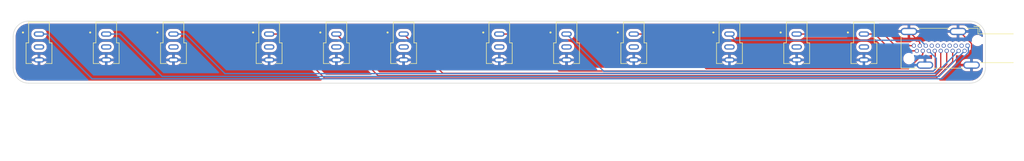
<source format=kicad_pcb>
(kicad_pcb (version 20221018) (generator pcbnew)
  (layers (0 "F.Cu" signal) (31 "B.Cu" signal) (34 "B.Paste" user) (35 "F.Paste" user) (36 "B.SilkS" user "B.Silkscreen") (37 "F.SilkS" user "F.Silkscreen") (38 "B.Mask" user) (39 "F.Mask" user) (44 "Edge.Cuts" user))
  (net 0 "")
  (net 7 "GND")
  (net 9 "G1")
  (net 11 "M1")
  (net 13 "G2")
  (net 15 "M2")
  (net 17 "G3")
  (net 19 "M3")
  (net 21 "G4")
  (net 23 "M4")
  (net 25 "P1")
  (net 27 "P2")
  (net 29 "P3")
  (net 31 "P4")
  (footprint "footprints:CUI_SP-3533-02" (layer "F.Cu") (at 69.3 73.1 90)
    (fp_text reference "J13" hide)
    (fp_text value "AudioPlug3")
    (fp_line (start -3.2 -2.5) (end 0.8 -2.5) (stroke (width 0.127)) (layer "F.SilkS"))
    (fp_line (start -3.2 -1.35) (end -3.2 -2.5) (stroke (width 0.127)) (layer "F.SilkS"))
    (fp_line (start -3.2 2.5) (end -3.2 1.35) (stroke (width 0.127)) (layer "F.SilkS"))
    (fp_line (start 0.8 -2.5) (end 0.8 -2) (stroke (width 0.127)) (layer "F.SilkS"))
    (fp_line (start 0.8 -2) (end 4.8 -2) (stroke (width 0.127)) (layer "F.SilkS"))
    (fp_line (start 0.8 2) (end 0.8 2.5) (stroke (width 0.127)) (layer "F.SilkS"))
    (fp_line (start 0.8 2.5) (end -3.2 2.5) (stroke (width 0.127)) (layer "F.SilkS"))
    (fp_line (start 4.8 -2) (end 4.8 2) (stroke (width 0.127)) (layer "F.SilkS"))
    (fp_line (start 4.8 2) (end 0.8 2) (stroke (width 0.127)) (layer "F.SilkS"))
    (fp_circle (center 2.8 -3.1) (end 2.9 -3.1) (stroke (width 0.2)) (fill none) (layer "F.SilkS"))
    (pad "R" thru_hole oval (at 0 0 90) (size 1.008 2.016) (drill oval 0.5 1.5) (layers "*.Cu" "*.Mask"))
    (pad "S" thru_hole oval (at -2.5 0 90) (size 1.008 2.016) (drill oval 0.5 1.5) (layers "*.Cu" "*.Mask") (net 7 "GND"))
    (pad "T" thru_hole oval (at 2.5 0 90) (size 1.008 2.016) (drill oval 0.5 1.5) (layers "*.Cu" "*.Mask") (net 31 "P4"))
  )
  (footprint "footprints:CUI_SP-3533-02" (layer "F.Cu") (at 158.3 73.1 90)
    (fp_text reference "J11" hide)
    (fp_text value "AudioPlug3")
    (fp_line (start -3.2 -2.5) (end 0.8 -2.5) (stroke (width 0.127)) (layer "F.SilkS"))
    (fp_line (start -3.2 -1.35) (end -3.2 -2.5) (stroke (width 0.127)) (layer "F.SilkS"))
    (fp_line (start -3.2 2.5) (end -3.2 1.35) (stroke (width 0.127)) (layer "F.SilkS"))
    (fp_line (start 0.8 -2.5) (end 0.8 -2) (stroke (width 0.127)) (layer "F.SilkS"))
    (fp_line (start 0.8 -2) (end 4.8 -2) (stroke (width 0.127)) (layer "F.SilkS"))
    (fp_line (start 0.8 2) (end 0.8 2.5) (stroke (width 0.127)) (layer "F.SilkS"))
    (fp_line (start 0.8 2.5) (end -3.2 2.5) (stroke (width 0.127)) (layer "F.SilkS"))
    (fp_line (start 4.8 -2) (end 4.8 2) (stroke (width 0.127)) (layer "F.SilkS"))
    (fp_line (start 4.8 2) (end 0.8 2) (stroke (width 0.127)) (layer "F.SilkS"))
    (fp_circle (center 2.8 -3.1) (end 2.9 -3.1) (stroke (width 0.2)) (fill none) (layer "F.SilkS"))
    (pad "R" thru_hole oval (at 0 0 90) (size 1.008 2.016) (drill oval 0.5 1.5) (layers "*.Cu" "*.Mask"))
    (pad "S" thru_hole oval (at -2.5 0 90) (size 1.008 2.016) (drill oval 0.5 1.5) (layers "*.Cu" "*.Mask") (net 7 "GND"))
    (pad "T" thru_hole oval (at 2.5 0 90) (size 1.008 2.016) (drill oval 0.5 1.5) (layers "*.Cu" "*.Mask") (net 27 "P2"))
  )
  (footprint "footprints:CUI_SP-3533-02" (layer "F.Cu") (at 176.8 73.1 90)
    (fp_text reference "J1" hide)
    (fp_text value "AudioPlug3")
    (fp_line (start -3.2 -2.5) (end 0.8 -2.5) (stroke (width 0.127)) (layer "F.SilkS"))
    (fp_line (start -3.2 -1.35) (end -3.2 -2.5) (stroke (width 0.127)) (layer "F.SilkS"))
    (fp_line (start -3.2 2.5) (end -3.2 1.35) (stroke (width 0.127)) (layer "F.SilkS"))
    (fp_line (start 0.8 -2.5) (end 0.8 -2) (stroke (width 0.127)) (layer "F.SilkS"))
    (fp_line (start 0.8 -2) (end 4.8 -2) (stroke (width 0.127)) (layer "F.SilkS"))
    (fp_line (start 0.8 2) (end 0.8 2.5) (stroke (width 0.127)) (layer "F.SilkS"))
    (fp_line (start 0.8 2.5) (end -3.2 2.5) (stroke (width 0.127)) (layer "F.SilkS"))
    (fp_line (start 4.8 -2) (end 4.8 2) (stroke (width 0.127)) (layer "F.SilkS"))
    (fp_line (start 4.8 2) (end 0.8 2) (stroke (width 0.127)) (layer "F.SilkS"))
    (fp_circle (center 2.8 -3.1) (end 2.9 -3.1) (stroke (width 0.2)) (fill none) (layer "F.SilkS"))
    (pad "R" thru_hole oval (at 0 0 90) (size 1.008 2.016) (drill oval 0.5 1.5) (layers "*.Cu" "*.Mask"))
    (pad "S" thru_hole oval (at -2.5 0 90) (size 1.008 2.016) (drill oval 0.5 1.5) (layers "*.Cu" "*.Mask") (net 7 "GND"))
    (pad "T" thru_hole oval (at 2.5 0 90) (size 1.008 2.016) (drill oval 0.5 1.5) (layers "*.Cu" "*.Mask") (net 9 "G1"))
  )
  (footprint "footprints:CUI_SP-3533-02" (layer "F.Cu") (at 132.3 73.1 90)
    (fp_text reference "J3" hide)
    (fp_text value "AudioPlug3")
    (fp_line (start -3.2 -2.5) (end 0.8 -2.5) (stroke (width 0.127)) (layer "F.SilkS"))
    (fp_line (start -3.2 -1.35) (end -3.2 -2.5) (stroke (width 0.127)) (layer "F.SilkS"))
    (fp_line (start -3.2 2.5) (end -3.2 1.35) (stroke (width 0.127)) (layer "F.SilkS"))
    (fp_line (start 0.8 -2.5) (end 0.8 -2) (stroke (width 0.127)) (layer "F.SilkS"))
    (fp_line (start 0.8 -2) (end 4.8 -2) (stroke (width 0.127)) (layer "F.SilkS"))
    (fp_line (start 0.8 2) (end 0.8 2.5) (stroke (width 0.127)) (layer "F.SilkS"))
    (fp_line (start 0.8 2.5) (end -3.2 2.5) (stroke (width 0.127)) (layer "F.SilkS"))
    (fp_line (start 4.8 -2) (end 4.8 2) (stroke (width 0.127)) (layer "F.SilkS"))
    (fp_line (start 4.8 2) (end 0.8 2) (stroke (width 0.127)) (layer "F.SilkS"))
    (fp_circle (center 2.8 -3.1) (end 2.9 -3.1) (stroke (width 0.2)) (fill none) (layer "F.SilkS"))
    (pad "R" thru_hole oval (at 0 0 90) (size 1.008 2.016) (drill oval 0.5 1.5) (layers "*.Cu" "*.Mask"))
    (pad "S" thru_hole oval (at -2.5 0 90) (size 1.008 2.016) (drill oval 0.5 1.5) (layers "*.Cu" "*.Mask") (net 7 "GND"))
    (pad "T" thru_hole oval (at 2.5 0 90) (size 1.008 2.016) (drill oval 0.5 1.5) (layers "*.Cu" "*.Mask") (net 13 "G2"))
  )
  (footprint "footprints:CUI_SP-3533-02" (layer "F.Cu") (at 43.3 73.1 90)
    (fp_text reference "J7" hide)
    (fp_text value "AudioPlug3")
    (fp_line (start -3.2 -2.5) (end 0.8 -2.5) (stroke (width 0.127)) (layer "F.SilkS"))
    (fp_line (start -3.2 -1.35) (end -3.2 -2.5) (stroke (width 0.127)) (layer "F.SilkS"))
    (fp_line (start -3.2 2.5) (end -3.2 1.35) (stroke (width 0.127)) (layer "F.SilkS"))
    (fp_line (start 0.8 -2.5) (end 0.8 -2) (stroke (width 0.127)) (layer "F.SilkS"))
    (fp_line (start 0.8 -2) (end 4.8 -2) (stroke (width 0.127)) (layer "F.SilkS"))
    (fp_line (start 0.8 2) (end 0.8 2.5) (stroke (width 0.127)) (layer "F.SilkS"))
    (fp_line (start 0.8 2.5) (end -3.2 2.5) (stroke (width 0.127)) (layer "F.SilkS"))
    (fp_line (start 4.8 -2) (end 4.8 2) (stroke (width 0.127)) (layer "F.SilkS"))
    (fp_line (start 4.8 2) (end 0.8 2) (stroke (width 0.127)) (layer "F.SilkS"))
    (fp_circle (center 2.8 -3.1) (end 2.9 -3.1) (stroke (width 0.2)) (fill none) (layer "F.SilkS"))
    (pad "R" thru_hole oval (at 0 0 90) (size 1.008 2.016) (drill oval 0.5 1.5) (layers "*.Cu" "*.Mask"))
    (pad "S" thru_hole oval (at -2.5 0 90) (size 1.008 2.016) (drill oval 0.5 1.5) (layers "*.Cu" "*.Mask") (net 7 "GND"))
    (pad "T" thru_hole oval (at 2.5 0 90) (size 1.008 2.016) (drill oval 0.5 1.5) (layers "*.Cu" "*.Mask") (net 21 "G4"))
  )
  (footprint "footprints:CUI_SP-3533-02" (layer "F.Cu") (at 145.3 73.1 90)
    (fp_text reference "J4" hide)
    (fp_text value "AudioPlug3")
    (fp_line (start -3.2 -2.5) (end 0.8 -2.5) (stroke (width 0.127)) (layer "F.SilkS"))
    (fp_line (start -3.2 -1.35) (end -3.2 -2.5) (stroke (width 0.127)) (layer "F.SilkS"))
    (fp_line (start -3.2 2.5) (end -3.2 1.35) (stroke (width 0.127)) (layer "F.SilkS"))
    (fp_line (start 0.8 -2.5) (end 0.8 -2) (stroke (width 0.127)) (layer "F.SilkS"))
    (fp_line (start 0.8 -2) (end 4.8 -2) (stroke (width 0.127)) (layer "F.SilkS"))
    (fp_line (start 0.8 2) (end 0.8 2.5) (stroke (width 0.127)) (layer "F.SilkS"))
    (fp_line (start 0.8 2.5) (end -3.2 2.5) (stroke (width 0.127)) (layer "F.SilkS"))
    (fp_line (start 4.8 -2) (end 4.8 2) (stroke (width 0.127)) (layer "F.SilkS"))
    (fp_line (start 4.8 2) (end 0.8 2) (stroke (width 0.127)) (layer "F.SilkS"))
    (fp_circle (center 2.8 -3.1) (end 2.9 -3.1) (stroke (width 0.2)) (fill none) (layer "F.SilkS"))
    (pad "R" thru_hole oval (at 0 0 90) (size 1.008 2.016) (drill oval 0.5 1.5) (layers "*.Cu" "*.Mask"))
    (pad "S" thru_hole oval (at -2.5 0 90) (size 1.008 2.016) (drill oval 0.5 1.5) (layers "*.Cu" "*.Mask") (net 7 "GND"))
    (pad "T" thru_hole oval (at 2.5 0 90) (size 1.008 2.016) (drill oval 0.5 1.5) (layers "*.Cu" "*.Mask") (net 15 "M2"))
  )
  (footprint "footprints:CUI_SP-3533-02" (layer "F.Cu") (at 113.8 73.1 90)
    (fp_text reference "J12" hide)
    (fp_text value "AudioPlug3")
    (fp_line (start -3.2 -2.5) (end 0.8 -2.5) (stroke (width 0.127)) (layer "F.SilkS"))
    (fp_line (start -3.2 -1.35) (end -3.2 -2.5) (stroke (width 0.127)) (layer "F.SilkS"))
    (fp_line (start -3.2 2.5) (end -3.2 1.35) (stroke (width 0.127)) (layer "F.SilkS"))
    (fp_line (start 0.8 -2.5) (end 0.8 -2) (stroke (width 0.127)) (layer "F.SilkS"))
    (fp_line (start 0.8 -2) (end 4.8 -2) (stroke (width 0.127)) (layer "F.SilkS"))
    (fp_line (start 0.8 2) (end 0.8 2.5) (stroke (width 0.127)) (layer "F.SilkS"))
    (fp_line (start 0.8 2.5) (end -3.2 2.5) (stroke (width 0.127)) (layer "F.SilkS"))
    (fp_line (start 4.8 -2) (end 4.8 2) (stroke (width 0.127)) (layer "F.SilkS"))
    (fp_line (start 4.8 2) (end 0.8 2) (stroke (width 0.127)) (layer "F.SilkS"))
    (fp_circle (center 2.8 -3.1) (end 2.9 -3.1) (stroke (width 0.2)) (fill none) (layer "F.SilkS"))
    (pad "R" thru_hole oval (at 0 0 90) (size 1.008 2.016) (drill oval 0.5 1.5) (layers "*.Cu" "*.Mask"))
    (pad "S" thru_hole oval (at -2.5 0 90) (size 1.008 2.016) (drill oval 0.5 1.5) (layers "*.Cu" "*.Mask") (net 7 "GND"))
    (pad "T" thru_hole oval (at 2.5 0 90) (size 1.008 2.016) (drill oval 0.5 1.5) (layers "*.Cu" "*.Mask") (net 29 "P3"))
  )
  (footprint "footprints:CUI_SP-3533-02" (layer "F.Cu") (at 56.3 73.1 90)
    (fp_text reference "J8" hide)
    (fp_text value "AudioPlug3")
    (fp_line (start -3.2 -2.5) (end 0.8 -2.5) (stroke (width 0.127)) (layer "F.SilkS"))
    (fp_line (start -3.2 -1.35) (end -3.2 -2.5) (stroke (width 0.127)) (layer "F.SilkS"))
    (fp_line (start -3.2 2.5) (end -3.2 1.35) (stroke (width 0.127)) (layer "F.SilkS"))
    (fp_line (start 0.8 -2.5) (end 0.8 -2) (stroke (width 0.127)) (layer "F.SilkS"))
    (fp_line (start 0.8 -2) (end 4.8 -2) (stroke (width 0.127)) (layer "F.SilkS"))
    (fp_line (start 0.8 2) (end 0.8 2.5) (stroke (width 0.127)) (layer "F.SilkS"))
    (fp_line (start 0.8 2.5) (end -3.2 2.5) (stroke (width 0.127)) (layer "F.SilkS"))
    (fp_line (start 4.8 -2) (end 4.8 2) (stroke (width 0.127)) (layer "F.SilkS"))
    (fp_line (start 4.8 2) (end 0.8 2) (stroke (width 0.127)) (layer "F.SilkS"))
    (fp_circle (center 2.8 -3.1) (end 2.9 -3.1) (stroke (width 0.2)) (fill none) (layer "F.SilkS"))
    (pad "R" thru_hole oval (at 0 0 90) (size 1.008 2.016) (drill oval 0.5 1.5) (layers "*.Cu" "*.Mask"))
    (pad "S" thru_hole oval (at -2.5 0 90) (size 1.008 2.016) (drill oval 0.5 1.5) (layers "*.Cu" "*.Mask") (net 7 "GND"))
    (pad "T" thru_hole oval (at 2.5 0 90) (size 1.008 2.016) (drill oval 0.5 1.5) (layers "*.Cu" "*.Mask") (net 23 "M4"))
  )
  (footprint "footprints:CUI_SP-3533-02" (layer "F.Cu") (at 100.8 73.1 90)
    (fp_text reference "J6" hide)
    (fp_text value "AudioPlug3")
    (fp_line (start -3.2 -2.5) (end 0.8 -2.5) (stroke (width 0.127)) (layer "F.SilkS"))
    (fp_line (start -3.2 -1.35) (end -3.2 -2.5) (stroke (width 0.127)) (layer "F.SilkS"))
    (fp_line (start -3.2 2.5) (end -3.2 1.35) (stroke (width 0.127)) (layer "F.SilkS"))
    (fp_line (start 0.8 -2.5) (end 0.8 -2) (stroke (width 0.127)) (layer "F.SilkS"))
    (fp_line (start 0.8 -2) (end 4.8 -2) (stroke (width 0.127)) (layer "F.SilkS"))
    (fp_line (start 0.8 2) (end 0.8 2.5) (stroke (width 0.127)) (layer "F.SilkS"))
    (fp_line (start 0.8 2.5) (end -3.2 2.5) (stroke (width 0.127)) (layer "F.SilkS"))
    (fp_line (start 4.8 -2) (end 4.8 2) (stroke (width 0.127)) (layer "F.SilkS"))
    (fp_line (start 4.8 2) (end 0.8 2) (stroke (width 0.127)) (layer "F.SilkS"))
    (fp_circle (center 2.8 -3.1) (end 2.9 -3.1) (stroke (width 0.2)) (fill none) (layer "F.SilkS"))
    (pad "R" thru_hole oval (at 0 0 90) (size 1.008 2.016) (drill oval 0.5 1.5) (layers "*.Cu" "*.Mask"))
    (pad "S" thru_hole oval (at -2.5 0 90) (size 1.008 2.016) (drill oval 0.5 1.5) (layers "*.Cu" "*.Mask") (net 7 "GND"))
    (pad "T" thru_hole oval (at 2.5 0 90) (size 1.008 2.016) (drill oval 0.5 1.5) (layers "*.Cu" "*.Mask") (net 19 "M3"))
  )
  (footprint "footprints:CUI_SP-3533-02" (layer "F.Cu") (at 189.8 73.1 90)
    (fp_text reference "J2" hide)
    (fp_text value "AudioPlug3")
    (fp_line (start -3.2 -2.5) (end 0.8 -2.5) (stroke (width 0.127)) (layer "F.SilkS"))
    (fp_line (start -3.2 -1.35) (end -3.2 -2.5) (stroke (width 0.127)) (layer "F.SilkS"))
    (fp_line (start -3.2 2.5) (end -3.2 1.35) (stroke (width 0.127)) (layer "F.SilkS"))
    (fp_line (start 0.8 -2.5) (end 0.8 -2) (stroke (width 0.127)) (layer "F.SilkS"))
    (fp_line (start 0.8 -2) (end 4.8 -2) (stroke (width 0.127)) (layer "F.SilkS"))
    (fp_line (start 0.8 2) (end 0.8 2.5) (stroke (width 0.127)) (layer "F.SilkS"))
    (fp_line (start 0.8 2.5) (end -3.2 2.5) (stroke (width 0.127)) (layer "F.SilkS"))
    (fp_line (start 4.8 -2) (end 4.8 2) (stroke (width 0.127)) (layer "F.SilkS"))
    (fp_line (start 4.8 2) (end 0.8 2) (stroke (width 0.127)) (layer "F.SilkS"))
    (fp_circle (center 2.8 -3.1) (end 2.9 -3.1) (stroke (width 0.2)) (fill none) (layer "F.SilkS"))
    (pad "R" thru_hole oval (at 0 0 90) (size 1.008 2.016) (drill oval 0.5 1.5) (layers "*.Cu" "*.Mask"))
    (pad "S" thru_hole oval (at -2.5 0 90) (size 1.008 2.016) (drill oval 0.5 1.5) (layers "*.Cu" "*.Mask") (net 7 "GND"))
    (pad "T" thru_hole oval (at 2.5 0 90) (size 1.008 2.016) (drill oval 0.5 1.5) (layers "*.Cu" "*.Mask") (net 11 "M1"))
  )
  (footprint "footprints:CUI_SP-3533-02" (layer "F.Cu") (at 202.8 73.1 90)
    (fp_text reference "J10" hide)
    (fp_text value "AudioPlug3")
    (fp_line (start -3.2 -2.5) (end 0.8 -2.5) (stroke (width 0.127)) (layer "F.SilkS"))
    (fp_line (start -3.2 -1.35) (end -3.2 -2.5) (stroke (width 0.127)) (layer "F.SilkS"))
    (fp_line (start -3.2 2.5) (end -3.2 1.35) (stroke (width 0.127)) (layer "F.SilkS"))
    (fp_line (start 0.8 -2.5) (end 0.8 -2) (stroke (width 0.127)) (layer "F.SilkS"))
    (fp_line (start 0.8 -2) (end 4.8 -2) (stroke (width 0.127)) (layer "F.SilkS"))
    (fp_line (start 0.8 2) (end 0.8 2.5) (stroke (width 0.127)) (layer "F.SilkS"))
    (fp_line (start 0.8 2.5) (end -3.2 2.5) (stroke (width 0.127)) (layer "F.SilkS"))
    (fp_line (start 4.8 -2) (end 4.8 2) (stroke (width 0.127)) (layer "F.SilkS"))
    (fp_line (start 4.8 2) (end 0.8 2) (stroke (width 0.127)) (layer "F.SilkS"))
    (fp_circle (center 2.8 -3.1) (end 2.9 -3.1) (stroke (width 0.2)) (fill none) (layer "F.SilkS"))
    (pad "R" thru_hole oval (at 0 0 90) (size 1.008 2.016) (drill oval 0.5 1.5) (layers "*.Cu" "*.Mask"))
    (pad "S" thru_hole oval (at -2.5 0 90) (size 1.008 2.016) (drill oval 0.5 1.5) (layers "*.Cu" "*.Mask") (net 7 "GND"))
    (pad "T" thru_hole oval (at 2.5 0 90) (size 1.008 2.016) (drill oval 0.5 1.5) (layers "*.Cu" "*.Mask") (net 25 "P1"))
  )
  (footprint "Connector_HDMI:HDMI_A_Kycon_KDMIX-SL1-NS-WS-B15_VerticalRightAngle" (layer "F.Cu") (at 222.85 72.85 -90)
    (fp_text reference "J9" hide)
    (fp_text value "HDMI_A")
    (fp_line (start -3.7 -2.35) (end -3.7 -1.2) (stroke (width 0.12)) (layer "F.SilkS"))
    (fp_line (start -3.7 -2.35) (end -2.6 -2.35) (stroke (width 0.12)) (layer "F.SilkS"))
    (fp_line (start -3.36 -2.01) (end -3.36 0.2) (stroke (width 0.12)) (layer "F.SilkS"))
    (fp_line (start -3.36 9.7) (end -3.36 3.5) (stroke (width 0.12)) (layer "F.SilkS"))
    (fp_line (start -2.285 -8.84) (end -2.285 -2.01) (stroke (width 0.12)) (layer "F.SilkS"))
    (fp_line (start -2.285 -2.01) (end -3.36 -2.01) (stroke (width 0.12)) (layer "F.SilkS"))
    (fp_line (start 3.285 -8.84) (end 3.285 -2.5) (stroke (width 0.12)) (layer "F.SilkS"))
    (fp_line (start 4.36 6.6) (end 4.36 0.9) (stroke (width 0.12)) (layer "F.SilkS"))
    (fp_line (start 4.36 12.86) (end -2 12.86) (stroke (width 0.12)) (layer "F.SilkS"))
    (fp_line (start 4.36 12.86) (end 4.36 9.9) (stroke (width 0.12)) (layer "F.SilkS"))
    (pad "" np_thru_hole circle (at -1 -1.9 90) (size 1.7 1.7) (drill 1.7) (layers "*.Cu" "*.Mask"))
    (pad "" np_thru_hole circle (at 2.5 11.35 90) (size 1.7 1.7) (drill 1.7) (layers "*.Cu" "*.Mask"))
    (pad "1" thru_hole roundrect (at 0 0 90) (size 0.8 0.8) (drill 0.55) (layers "*.Cu" "*.Mask") (roundrect_rratio 0.3125) (net 21 "G4"))
    (pad "2" thru_hole circle (at 1 0.5775 90) (size 0.8 0.8) (drill 0.55) (layers "*.Cu" "*.Mask") (net 23 "M4"))
    (pad "3" thru_hole circle (at 0 1.155 90) (size 0.8 0.8) (drill 0.55) (layers "*.Cu" "*.Mask"))
    (pad "4" thru_hole circle (at 1 1.7325 90) (size 0.8 0.8) (drill 0.55) (layers "*.Cu" "*.Mask") (net 31 "P4"))
    (pad "5" thru_hole circle (at 0 2.31 90) (size 0.8 0.8) (drill 0.55) (layers "*.Cu" "*.Mask"))
    (pad "6" thru_hole circle (at 1 2.8875 90) (size 0.8 0.8) (drill 0.55) (layers "*.Cu" "*.Mask") (net 17 "G3"))
    (pad "7" thru_hole circle (at 0 3.465 90) (size 0.8 0.8) (drill 0.55) (layers "*.Cu" "*.Mask"))
    (pad "8" thru_hole circle (at 1 4.0425 90) (size 0.8 0.8) (drill 0.55) (layers "*.Cu" "*.Mask") (net 19 "M3"))
    (pad "9" thru_hole circle (at 0 4.62 90) (size 0.8 0.8) (drill 0.55) (layers "*.Cu" "*.Mask"))
    (pad "10" thru_hole circle (at 1 5.1975 90) (size 0.8 0.8) (drill 0.55) (layers "*.Cu" "*.Mask") (net 29 "P3"))
    (pad "11" thru_hole circle (at 0 5.775 90) (size 0.8 0.8) (drill 0.55) (layers "*.Cu" "*.Mask"))
    (pad "12" thru_hole circle (at 1 6.3525 90) (size 0.8 0.8) (drill 0.55) (layers "*.Cu" "*.Mask") (net 13 "G2"))
    (pad "13" thru_hole circle (at 0 6.93 90) (size 0.8 0.8) (drill 0.55) (layers "*.Cu" "*.Mask"))
    (pad "14" thru_hole circle (at 1 7.5075 90) (size 0.8 0.8) (drill 0.55) (layers "*.Cu" "*.Mask") (net 15 "M2"))
    (pad "15" thru_hole circle (at 0 8.085 90) (size 0.8 0.8) (drill 0.55) (layers "*.Cu" "*.Mask") (net 9 "G1"))
    (pad "16" thru_hole circle (at 1 8.6625 90) (size 0.8 0.8) (drill 0.55) (layers "*.Cu" "*.Mask") (net 27 "P2"))
    (pad "17" thru_hole circle (at 0 9.24 90) (size 0.8 0.8) (drill 0.55) (layers "*.Cu" "*.Mask") (net 7 "GND"))
    (pad "18" thru_hole circle (at 1 9.8175 90) (size 0.8 0.8) (drill 0.55) (layers "*.Cu" "*.Mask") (net 25 "P1"))
    (pad "19" thru_hole circle (at 0 10.395 90) (size 0.8 0.8) (drill 0.55) (layers "*.Cu" "*.Mask") (net 11 "M1"))
    (pad "SH" thru_hole oval (at -2.75 1.85 90) (size 1.4 3.2) (drill oval 0.9 2.7) (layers "*.Cu" "*.Mask") (net 7 "GND"))
    (pad "SH" thru_hole oval (at -2.75 11.35 90) (size 1.4 3.2) (drill oval 0.9 2.7) (layers "*.Cu" "*.Mask") (net 7 "GND"))
    (pad "SH" thru_hole oval (at 3.75 -0.75 90) (size 1.4 3.2) (drill oval 0.9 2.7) (layers "*.Cu" "*.Mask") (net 7 "GND"))
    (pad "SH" thru_hole oval (at 3.75 8.25 90) (size 1.4 3.2) (drill oval 0.9 2.7) (layers "*.Cu" "*.Mask") (net 7 "GND"))
  )
  (footprint "footprints:CUI_SP-3533-02" (layer "F.Cu") (at 87.8 73.1 90)
    (fp_text reference "J5" hide)
    (fp_text value "AudioPlug3")
    (fp_line (start -3.2 -2.5) (end 0.8 -2.5) (stroke (width 0.127)) (layer "F.SilkS"))
    (fp_line (start -3.2 -1.35) (end -3.2 -2.5) (stroke (width 0.127)) (layer "F.SilkS"))
    (fp_line (start -3.2 2.5) (end -3.2 1.35) (stroke (width 0.127)) (layer "F.SilkS"))
    (fp_line (start 0.8 -2.5) (end 0.8 -2) (stroke (width 0.127)) (layer "F.SilkS"))
    (fp_line (start 0.8 -2) (end 4.8 -2) (stroke (width 0.127)) (layer "F.SilkS"))
    (fp_line (start 0.8 2) (end 0.8 2.5) (stroke (width 0.127)) (layer "F.SilkS"))
    (fp_line (start 0.8 2.5) (end -3.2 2.5) (stroke (width 0.127)) (layer "F.SilkS"))
    (fp_line (start 4.8 -2) (end 4.8 2) (stroke (width 0.127)) (layer "F.SilkS"))
    (fp_line (start 4.8 2) (end 0.8 2) (stroke (width 0.127)) (layer "F.SilkS"))
    (fp_circle (center 2.8 -3.1) (end 2.9 -3.1) (stroke (width 0.2)) (fill none) (layer "F.SilkS"))
    (pad "R" thru_hole oval (at 0 0 90) (size 1.008 2.016) (drill oval 0.5 1.5) (layers "*.Cu" "*.Mask"))
    (pad "S" thru_hole oval (at -2.5 0 90) (size 1.008 2.016) (drill oval 0.5 1.5) (layers "*.Cu" "*.Mask") (net 7 "GND"))
    (pad "T" thru_hole oval (at 2.5 0 90) (size 1.008 2.016) (drill oval 0.5 1.5) (layers "*.Cu" "*.Mask") (net 17 "G3"))
  )
  (gr_arc (start 41.3 80.1) (mid 39.178679 79.221321) (end 38.3 77.1) (stroke (width 0.1)) (layer "Edge.Cuts"))
  (gr_line (start 223.3 80.1) (end 41.3 80.1) (stroke (width 0.1)) (layer "Edge.Cuts"))
  (gr_arc (start 226.3 77.1) (mid 225.421321 79.221321) (end 223.3 80.1) (stroke (width 0.1)) (layer "Edge.Cuts"))
  (gr_line (start 38.3 77.1) (end 38.3 71.1) (stroke (width 0.1)) (layer "Edge.Cuts"))
  (gr_arc (start 223.3 68.1) (mid 225.421321 68.978679) (end 226.3 71.1) (stroke (width 0.1)) (layer "Edge.Cuts"))
  (gr_line (start 41.3 68.1) (end 223.3 68.1) (stroke (width 0.1)) (layer "Edge.Cuts"))
  (gr_line (start 226.3 71.1) (end 226.3 77.1) (stroke (width 0.1)) (layer "Edge.Cuts"))
  (gr_arc (start 38.3 71.1) (mid 39.178679 68.978679) (end 41.3 68.1) (stroke (width 0.1)) (layer "Edge.Cuts"))
  (segment (start 223.6 76.6) (end 223.6 72.432412) (width 0.25) (layer "F.Cu") (net 7))
  (segment (start 213.61 72.21) (end 211.5 70.1) (width 0.25) (layer "F.Cu") (net 7))
  (segment (start 223.6 72.432412) (end 221.267588 70.1) (width 0.25) (layer "F.Cu") (net 7))
  (segment (start 221.267588 70.1) (end 221 70.1) (width 0.25) (layer "F.Cu") (net 7))
  (segment (start 213.61 72.85) (end 213.61 72.21) (width 0.25) (layer "F.Cu") (net 7))
  (segment (start 214.765 72.85) (end 213.715 71.8) (width 0.25) (layer "B.Cu") (net 9))
  (segment (start 178 71.8) (end 176.8 70.6) (width 0.25) (layer "B.Cu") (net 9))
  (segment (start 213.715 71.8) (end 178 71.8) (width 0.25) (layer "B.Cu") (net 9))
  (segment (start 212.455 72.85) (end 208.85 72.85) (width 0.25) (layer "F.Cu") (net 11))
  (segment (start 200.9 69.1) (end 199.4 70.6) (width 0.25) (layer "F.Cu") (net 11))
  (segment (start 208.85 72.85) (end 205.1 69.1) (width 0.25) (layer "F.Cu") (net 11))
  (segment (start 205.1 69.1) (end 200.9 69.1) (width 0.25) (layer "F.Cu") (net 11))
  (segment (start 199.4 70.6) (end 189.8 70.6) (width 0.25) (layer "F.Cu") (net 11))
  (segment (start 216.4975 73.85) (end 216.6 73.9525) (width 0.25) (layer "F.Cu") (net 13))
  (segment (start 143.85 77.75) (end 136.7 70.6) (width 0.25) (layer "F.Cu") (net 13))
  (segment (start 136.7 70.6) (end 132.3 70.6) (width 0.25) (layer "F.Cu") (net 13))
  (segment (start 216.6 77.4) (end 216.25 77.75) (width 0.25) (layer "F.Cu") (net 13))
  (segment (start 216.25 77.75) (end 143.85 77.75) (width 0.25) (layer "F.Cu") (net 13))
  (segment (start 216.6 73.9525) (end 216.6 77.4) (width 0.25) (layer "F.Cu") (net 13))
  (segment (start 216.8 75.3075) (end 216.8 77.2) (width 0.25) (layer "B.Cu") (net 15))
  (segment (start 152.5 77.8) (end 145.3 70.6) (width 0.25) (layer "B.Cu") (net 15))
  (segment (start 216.2 77.8) (end 152.5 77.8) (width 0.25) (layer "B.Cu") (net 15))
  (segment (start 215.3425 73.85) (end 216.8 75.3075) (width 0.25) (layer "B.Cu") (net 15))
  (segment (start 216.8 77.2) (end 216.2 77.8) (width 0.25) (layer "B.Cu") (net 15))
  (segment (start 216.809188 79.1) (end 98.5 79.1) (width 0.25) (layer "F.Cu") (net 17))
  (segment (start 98.5 79.1) (end 90 70.6) (width 0.25) (layer "F.Cu") (net 17))
  (segment (start 90 70.6) (end 87.8 70.6) (width 0.25) (layer "F.Cu") (net 17))
  (segment (start 219.9625 73.85) (end 219.9625 75.946688) (width 0.25) (layer "F.Cu") (net 17))
  (segment (start 219.9625 75.946688) (end 216.809188 79.1) (width 0.25) (layer "F.Cu") (net 17))
  (segment (start 216.622792 78.65) (end 108.85 78.65) (width 0.25) (layer "F.Cu") (net 19))
  (segment (start 218.8075 76.465292) (end 216.622792 78.65) (width 0.25) (layer "F.Cu") (net 19))
  (segment (start 218.8075 73.85) (end 218.8075 76.465292) (width 0.25) (layer "F.Cu") (net 19))
  (segment (start 108.85 78.65) (end 100.8 70.6) (width 0.25) (layer "F.Cu") (net 19))
  (segment (start 222.9975 72.9975) (end 222.9975 74.150305) (width 0.25) (layer "B.Cu") (net 21))
  (segment (start 44.9 70.6) (end 43.3 70.6) (width 0.25) (layer "B.Cu") (net 21))
  (segment (start 53.55 79.25) (end 44.9 70.6) (width 0.25) (layer "B.Cu") (net 21))
  (segment (start 217.897805 79.25) (end 53.55 79.25) (width 0.25) (layer "B.Cu") (net 21))
  (segment (start 222.85 72.85) (end 222.9975 72.9975) (width 0.25) (layer "B.Cu") (net 21))
  (segment (start 222.9975 74.150305) (end 217.897805 79.25) (width 0.25) (layer "B.Cu") (net 21))
  (segment (start 217.3225 78.8) (end 67.1 78.8) (width 0.25) (layer "B.Cu") (net 23))
  (segment (start 67.1 78.8) (end 58.9 70.6) (width 0.25) (layer "B.Cu") (net 23))
  (segment (start 222.2725 73.85) (end 217.3225 78.8) (width 0.25) (layer "B.Cu") (net 23))
  (segment (start 58.9 70.6) (end 56.3 70.6) (width 0.25) (layer "B.Cu") (net 23))
  (segment (start 204.9 70.6) (end 202.8 70.6) (width 0.25) (layer "F.Cu") (net 25))
  (segment (start 213.0325 73.85) (end 208.15 73.85) (width 0.25) (layer "F.Cu") (net 25))
  (segment (start 208.15 73.85) (end 204.9 70.6) (width 0.25) (layer "F.Cu") (net 25))
  (segment (start 214.1875 73.85) (end 214.1875 74.5125) (width 0.25) (layer "F.Cu") (net 27))
  (segment (start 165.6 70.6) (end 158.3 70.6) (width 0.25) (layer "F.Cu") (net 27))
  (segment (start 211.4 77.3) (end 172.3 77.3) (width 0.25) (layer "F.Cu") (net 27))
  (segment (start 214.1875 74.5125) (end 211.4 77.3) (width 0.25) (layer "F.Cu") (net 27))
  (segment (start 172.3 77.3) (end 165.6 70.6) (width 0.25) (layer "F.Cu") (net 27))
  (segment (start 216.436396 78.2) (end 121.4 78.2) (width 0.25) (layer "F.Cu") (net 29))
  (segment (start 121.4 78.2) (end 113.8 70.6) (width 0.25) (layer "F.Cu") (net 29))
  (segment (start 217.6525 73.85) (end 217.6525 76.983896) (width 0.25) (layer "F.Cu") (net 29))
  (segment (start 217.6525 76.983896) (end 216.436396 78.2) (width 0.25) (layer "F.Cu") (net 29))
  (segment (start 71.6 70.6) (end 69.3 70.6) (width 0.25) (layer "B.Cu") (net 31))
  (segment (start 216.7175 78.25) (end 79.25 78.25) (width 0.25) (layer "B.Cu") (net 31))
  (segment (start 79.25 78.25) (end 71.6 70.6) (width 0.25) (layer "B.Cu") (net 31))
  (segment (start 221.1175 73.85) (end 216.7175 78.25) (width 0.25) (layer "B.Cu") (net 31))
  (zone (net 7) (net_name "GND") (layers "F&B.Cu") (connect_pads (clearance 0.5)) (min_thickness 0.25) (fill yes (thermal_gap 0.5) (thermal_bridge_width 0.5))
    (polygon (pts (xy 35.76 65.56) (xy 35.76 83.34) (xy 228.8 83.34) (xy 228.8 65.56)))
  )
)
</source>
